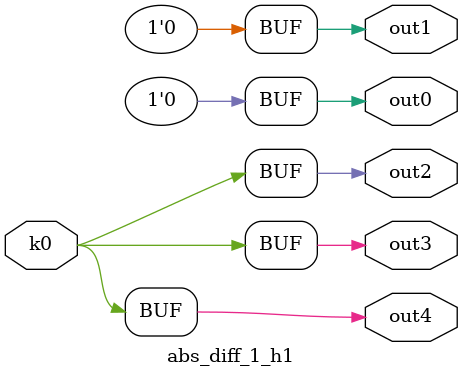
<source format=v>
module abs_diff_1(pi00, pi01, pi02, pi03, pi04, pi05, pi06, pi07, pi08, pi09, po0, po1, po2, po3, po4);
input pi00, pi01, pi02, pi03, pi04, pi05, pi06, pi07, pi08, pi09;
output po0, po1, po2, po3, po4;
wire k0;
abs_diff_1_w1 DUT1 (pi00, pi01, pi02, pi03, pi04, pi05, pi06, pi07, pi08, pi09, k0);
abs_diff_1_h1 DUT2 (k0, po0, po1, po2, po3, po4);
endmodule

module abs_diff_1_w1(in9, in8, in7, in6, in5, in4, in3, in2, in1, in0, k0);
input in9, in8, in7, in6, in5, in4, in3, in2, in1, in0;
output k0;
assign k0 =   (((in9 & (~in6 | in3)) | (~in6 & in3)) & (in7 | ~in4) & (in8 | ~in5)) | (in8 & ~in5 & (in7 | ~in4)) | (in7 & ~in4);
endmodule

module abs_diff_1_h1(k0, out4, out3, out2, out1, out0);
input k0;
output out4, out3, out2, out1, out0;
assign out0 = 0;
assign out1 = 0;
assign out2 = k0;
assign out3 = k0;
assign out4 = k0;
endmodule

</source>
